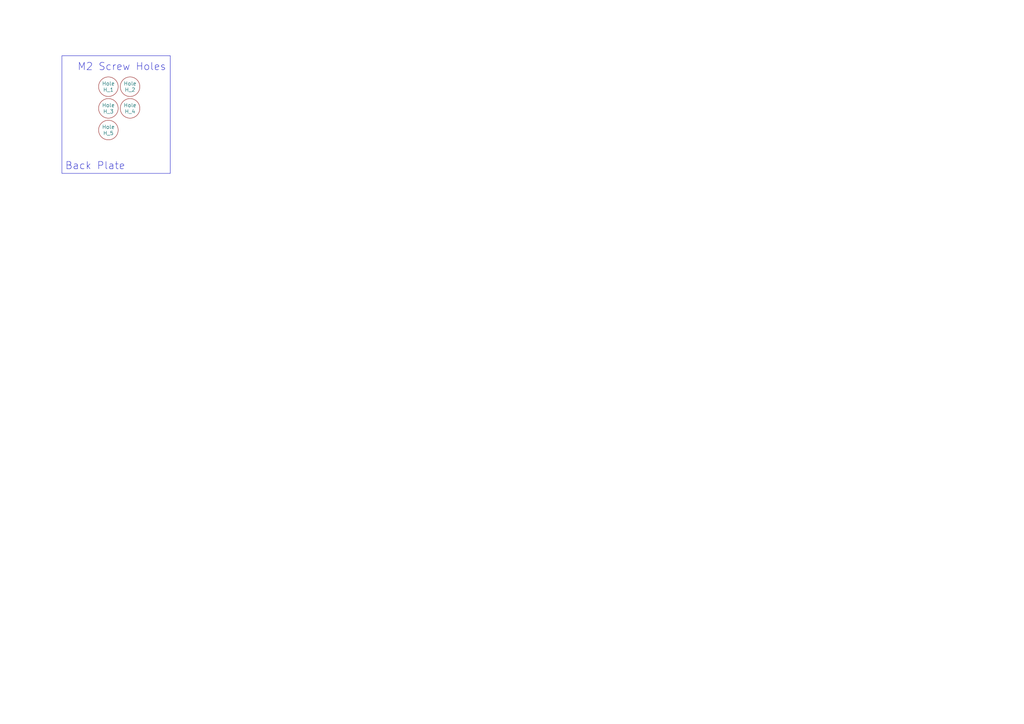
<source format=kicad_sch>
(kicad_sch (version 20230121) (generator eeschema)
  (paper "A3")
  (title_block (title "Wave Back Plate") (date "2023-09-06") (rev "0.0.1"))
  (lib_symbols
    (symbol "custom:Hole" (pin_numbers hide) (pin_names (offset 0) hide) (in_bom no)
      (property "Reference" "H" (at 0 -1.27 0))
      (property "Value" "Hole" (at 0 1.27 0))
      (symbol "Hole_0_1"
        (circle (center 0 0) (radius 4.0132))
      )
    )
  )
  (rectangle (start 25.4 22.86) (end 69.85 71.12))
  (text "M2 Screw Holes" (at 31.75 29.21 0) (effects (font (size 2.9972 2.9972)) (justify left bottom)))
  (text "Back Plate" (at 26.67 69.85 0) (effects (font (size 2.9972 2.9972)) (justify left bottom)))
  (symbol (lib_id "custom:Hole") (at 44.45 35.56 0) (unit 1) (in_bom no)
    (property "Reference" "H_1" (at 44.45 36.83 0) (effects (font (size 1.524 1.524))))
    (property "Value" "Hole" (at 44.45 34.29 0) (effects (font (size 1.524 1.524))))
    (property "Footprint" "custom:MountingHole_2.2mm_M2_Pad_Via" (effects hide))
  )
  (symbol (lib_id "custom:Hole") (at 44.45 53.34 0) (unit 1) (in_bom no)
    (property "Reference" "H_5" (at 44.45 54.61 0) (effects (font (size 1.524 1.524))))
    (property "Value" "Hole" (at 44.45 52.07 0) (effects (font (size 1.524 1.524))))
    (property "Footprint" "custom:MountingHole_2.2mm_M2_Pad_Via" (effects hide))
  )
  (symbol (lib_id "custom:Hole") (at 53.34 44.45 0) (unit 1) (in_bom no)
    (property "Reference" "H_4" (at 53.34 45.72 0) (effects (font (size 1.524 1.524))))
    (property "Value" "Hole" (at 53.34 43.18 0) (effects (font (size 1.524 1.524))))
    (property "Footprint" "custom:MountingHole_2.2mm_M2_Pad_Via" (effects hide))
  )
  (symbol (lib_id "custom:Hole") (at 44.45 44.45 0) (unit 1) (in_bom no)
    (property "Reference" "H_3" (at 44.45 45.72 0) (effects (font (size 1.524 1.524))))
    (property "Value" "Hole" (at 44.45 43.18 0) (effects (font (size 1.524 1.524))))
    (property "Footprint" "custom:MountingHole_2.2mm_M2_Pad_Via" (effects hide))
  )
  (symbol (lib_id "custom:Hole") (at 53.34 35.56 0) (unit 1) (in_bom no)
    (property "Reference" "H_2" (at 53.34 36.83 0) (effects (font (size 1.524 1.524))))
    (property "Value" "Hole" (at 53.34 34.29 0) (effects (font (size 1.524 1.524))))
    (property "Footprint" "custom:MountingHole_2.2mm_M2_Pad_Via" (effects hide))
  )
)
</source>
